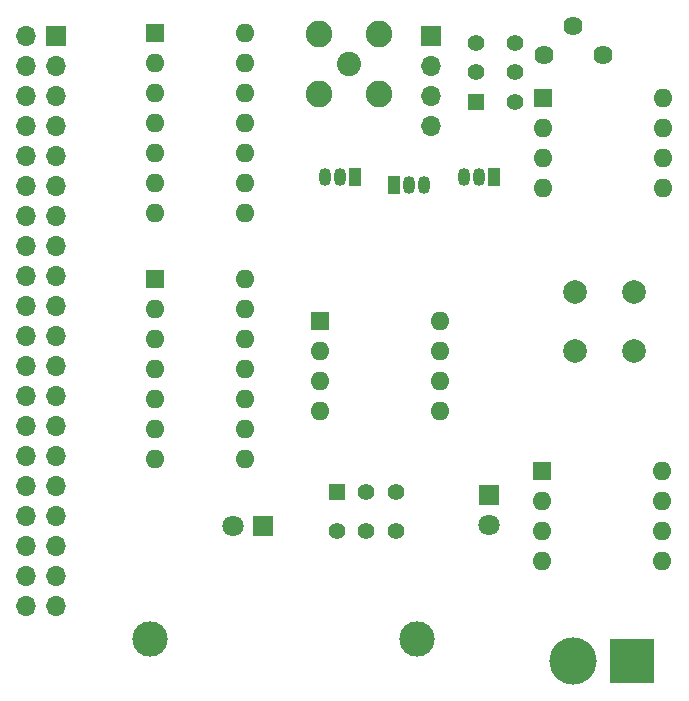
<source format=gbr>
%TF.GenerationSoftware,KiCad,Pcbnew,(5.99.0-2101-geb1ff80d5)*%
%TF.CreationDate,2020-11-29T13:35:49+01:00*%
%TF.ProjectId,CLK_stdln,434c4b5f-7374-4646-9c6e-2e6b69636164,rev?*%
%TF.SameCoordinates,Original*%
%TF.FileFunction,Soldermask,Bot*%
%TF.FilePolarity,Negative*%
%FSLAX46Y46*%
G04 Gerber Fmt 4.6, Leading zero omitted, Abs format (unit mm)*
G04 Created by KiCad (PCBNEW (5.99.0-2101-geb1ff80d5)) date 2020-11-29 13:35:49*
%MOMM*%
%LPD*%
G01*
G04 APERTURE LIST*
%ADD10O,1.600000X1.600000*%
%ADD11R,1.600000X1.600000*%
%ADD12C,1.400000*%
%ADD13R,1.400000X1.400000*%
%ADD14C,2.250000*%
%ADD15C,2.050000*%
%ADD16C,2.000000*%
%ADD17C,1.620000*%
%ADD18R,1.050000X1.500000*%
%ADD19O,1.050000X1.500000*%
%ADD20O,1.700000X1.700000*%
%ADD21R,1.700000X1.700000*%
%ADD22C,4.000000*%
%ADD23R,3.800000X3.800000*%
%ADD24C,3.000000*%
%ADD25C,1.800000*%
%ADD26R,1.800000X1.800000*%
G04 APERTURE END LIST*
D10*
%TO.C,U3*%
X205060000Y-100700000D03*
X194900000Y-108320000D03*
X205060000Y-103240000D03*
X194900000Y-105780000D03*
X205060000Y-105780000D03*
X194900000Y-103240000D03*
X205060000Y-108320000D03*
D11*
X194900000Y-100700000D03*
%TD*%
D12*
%TO.C,SW2*%
X182412500Y-137430000D03*
X179912500Y-137430000D03*
X177412500Y-137430000D03*
X182412500Y-134130000D03*
X179912500Y-134130000D03*
D13*
X177412500Y-134130000D03*
%TD*%
D14*
%TO.C,J2*%
X175884000Y-100368000D03*
X175884000Y-95288000D03*
X180964000Y-95288000D03*
X180964000Y-100368000D03*
D15*
X178424000Y-97828000D03*
%TD*%
D10*
%TO.C,U1*%
X169640000Y-116090000D03*
X162020000Y-131330000D03*
X169640000Y-118630000D03*
X162020000Y-128790000D03*
X169640000Y-121170000D03*
X162020000Y-126250000D03*
X169640000Y-123710000D03*
X162020000Y-123710000D03*
X169640000Y-126250000D03*
X162020000Y-121170000D03*
X169640000Y-128790000D03*
X162020000Y-118630000D03*
X169640000Y-131330000D03*
D11*
X162020000Y-116090000D03*
%TD*%
D10*
%TO.C,U2*%
X169640000Y-95258000D03*
X162020000Y-110498000D03*
X169640000Y-97798000D03*
X162020000Y-107958000D03*
X169640000Y-100338000D03*
X162020000Y-105418000D03*
X169640000Y-102878000D03*
X162020000Y-102878000D03*
X169640000Y-105418000D03*
X162020000Y-100338000D03*
X169640000Y-107958000D03*
X162020000Y-97798000D03*
X169640000Y-110498000D03*
D11*
X162020000Y-95258000D03*
%TD*%
D10*
%TO.C,U4*%
X204952000Y-132324000D03*
X194792000Y-139944000D03*
X204952000Y-134864000D03*
X194792000Y-137404000D03*
X204952000Y-137404000D03*
X194792000Y-134864000D03*
X204952000Y-139944000D03*
D11*
X194792000Y-132324000D03*
%TD*%
D10*
%TO.C,U5*%
X186142500Y-119630000D03*
X175982500Y-127250000D03*
X186142500Y-122170000D03*
X175982500Y-124710000D03*
X186142500Y-124710000D03*
X175982500Y-122170000D03*
X186142500Y-127250000D03*
D11*
X175982500Y-119630000D03*
%TD*%
D12*
%TO.C,SW3*%
X192510000Y-96060000D03*
X192510000Y-98560000D03*
X192510000Y-101060000D03*
X189210000Y-96060000D03*
X189210000Y-98560000D03*
D13*
X189210000Y-101060000D03*
%TD*%
D16*
%TO.C,SW1*%
X202612000Y-117174000D03*
X197612000Y-117174000D03*
X197612000Y-122174000D03*
X202612000Y-122174000D03*
%TD*%
D17*
%TO.C,RV1*%
X194950000Y-97130000D03*
X197450000Y-94630000D03*
X199950000Y-97130000D03*
%TD*%
D18*
%TO.C,Q3*%
X190762000Y-107402000D03*
D19*
X188222000Y-107402000D03*
X189492000Y-107402000D03*
%TD*%
D18*
%TO.C,Q2*%
X182234000Y-108116000D03*
D19*
X184774000Y-108116000D03*
X183504000Y-108116000D03*
%TD*%
D18*
%TO.C,Q1*%
X178932000Y-107396000D03*
D19*
X176392000Y-107396000D03*
X177662000Y-107396000D03*
%TD*%
D20*
%TO.C,J4*%
X151140000Y-143700000D03*
X153680000Y-143700000D03*
X151140000Y-141160000D03*
X153680000Y-141160000D03*
X151140000Y-138620000D03*
X153680000Y-138620000D03*
X151140000Y-136080000D03*
X153680000Y-136080000D03*
X151140000Y-133540000D03*
X153680000Y-133540000D03*
X151140000Y-131000000D03*
X153680000Y-131000000D03*
X151140000Y-128460000D03*
X153680000Y-128460000D03*
X151140000Y-125920000D03*
X153680000Y-125920000D03*
X151140000Y-123380000D03*
X153680000Y-123380000D03*
X151140000Y-120840000D03*
X153680000Y-120840000D03*
X151140000Y-118300000D03*
X153680000Y-118300000D03*
X151140000Y-115760000D03*
X153680000Y-115760000D03*
X151140000Y-113220000D03*
X153680000Y-113220000D03*
X151140000Y-110680000D03*
X153680000Y-110680000D03*
X151140000Y-108140000D03*
X153680000Y-108140000D03*
X151140000Y-105600000D03*
X153680000Y-105600000D03*
X151140000Y-103060000D03*
X153680000Y-103060000D03*
X151140000Y-100520000D03*
X153680000Y-100520000D03*
X151140000Y-97980000D03*
X153680000Y-97980000D03*
X151140000Y-95440000D03*
D21*
X153680000Y-95440000D03*
%TD*%
D22*
%TO.C,J3*%
X197400000Y-148370000D03*
D23*
X202400000Y-148370000D03*
%TD*%
D20*
%TO.C,J1*%
X185402000Y-103078000D03*
X185402000Y-100538000D03*
X185402000Y-97998000D03*
D21*
X185402000Y-95458000D03*
%TD*%
D24*
%TO.C,F1*%
X184240000Y-146550000D03*
X161640000Y-146550000D03*
%TD*%
D25*
%TO.C,D274*%
X190280000Y-136890000D03*
D26*
X190280000Y-134350000D03*
%TD*%
D25*
%TO.C,D1*%
X168610000Y-136940000D03*
D26*
X171150000Y-136940000D03*
%TD*%
M02*

</source>
